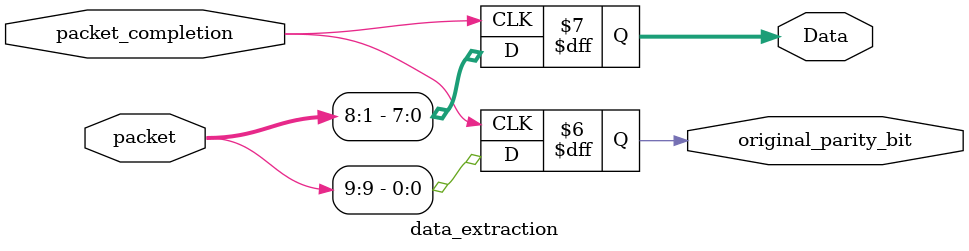
<source format=v>
`timescale 1ns/1ps

module data_extraction(
  
  input [10:0] packet,
  input packet_completion,
  
  output reg original_parity_bit = 0, //The parity bit which was calculated during the transmission.
  output reg [7:0] Data = 0
  
);
  
  integer i = 0;
  always @ (posedge packet_completion) 
    begin
        original_parity_bit <= packet[9];
        for(i = 0 ; i<8 ; i = i + 1)
           begin
             Data[i] = packet[i + 1]; // Data extraction.
           end      
    end
endmodule
</source>
